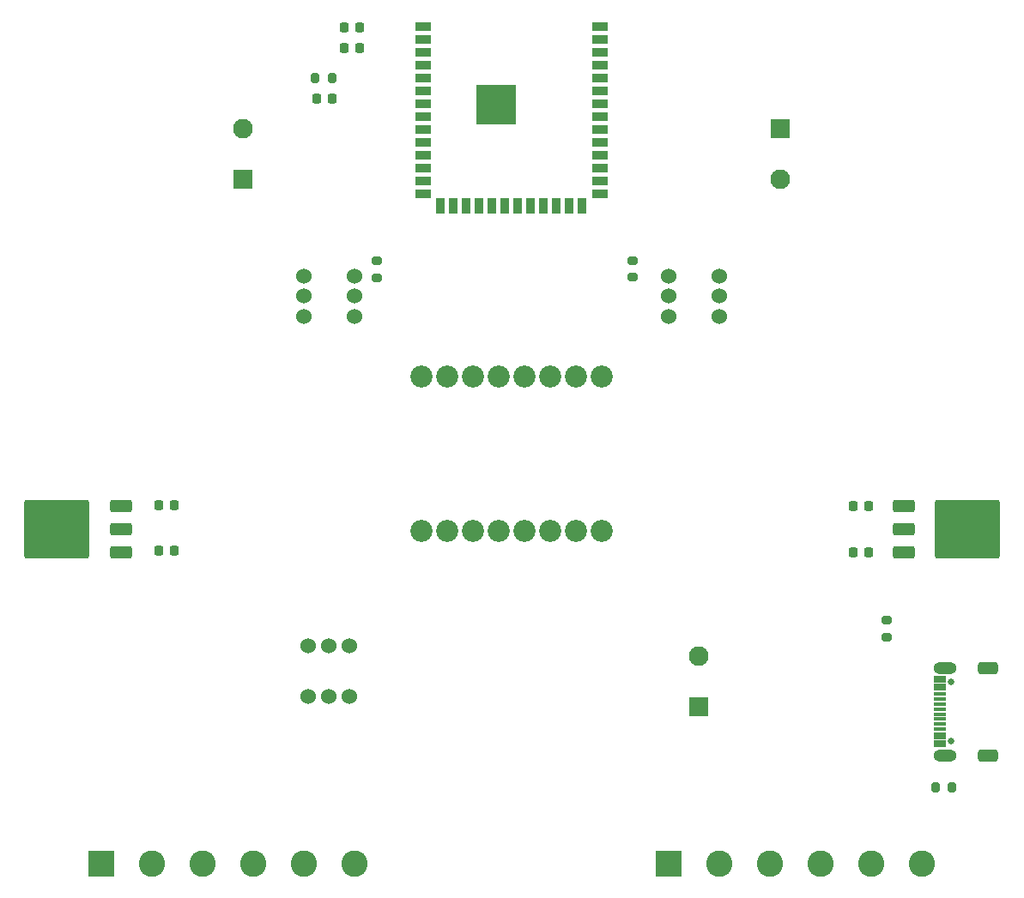
<source format=gbr>
%TF.GenerationSoftware,KiCad,Pcbnew,8.0.5*%
%TF.CreationDate,2024-11-07T23:04:13-05:00*%
%TF.ProjectId,LF02E1,4c463032-4531-42e6-9b69-6361645f7063,rev?*%
%TF.SameCoordinates,Original*%
%TF.FileFunction,Soldermask,Top*%
%TF.FilePolarity,Negative*%
%FSLAX46Y46*%
G04 Gerber Fmt 4.6, Leading zero omitted, Abs format (unit mm)*
G04 Created by KiCad (PCBNEW 8.0.5) date 2024-11-07 23:04:13*
%MOMM*%
%LPD*%
G01*
G04 APERTURE LIST*
G04 Aperture macros list*
%AMRoundRect*
0 Rectangle with rounded corners*
0 $1 Rounding radius*
0 $2 $3 $4 $5 $6 $7 $8 $9 X,Y pos of 4 corners*
0 Add a 4 corners polygon primitive as box body*
4,1,4,$2,$3,$4,$5,$6,$7,$8,$9,$2,$3,0*
0 Add four circle primitives for the rounded corners*
1,1,$1+$1,$2,$3*
1,1,$1+$1,$4,$5*
1,1,$1+$1,$6,$7*
1,1,$1+$1,$8,$9*
0 Add four rect primitives between the rounded corners*
20,1,$1+$1,$2,$3,$4,$5,0*
20,1,$1+$1,$4,$5,$6,$7,0*
20,1,$1+$1,$6,$7,$8,$9,0*
20,1,$1+$1,$8,$9,$2,$3,0*%
G04 Aperture macros list end*
%ADD10RoundRect,0.200000X-0.200000X-0.275000X0.200000X-0.275000X0.200000X0.275000X-0.200000X0.275000X0*%
%ADD11RoundRect,0.225000X0.225000X0.250000X-0.225000X0.250000X-0.225000X-0.250000X0.225000X-0.250000X0*%
%ADD12C,1.524000*%
%ADD13RoundRect,0.225000X-0.225000X-0.250000X0.225000X-0.250000X0.225000X0.250000X-0.225000X0.250000X0*%
%ADD14RoundRect,0.200000X0.275000X-0.200000X0.275000X0.200000X-0.275000X0.200000X-0.275000X-0.200000X0*%
%ADD15R,1.950000X1.950000*%
%ADD16C,1.950000*%
%ADD17RoundRect,0.200000X-0.275000X0.200000X-0.275000X-0.200000X0.275000X-0.200000X0.275000X0.200000X0*%
%ADD18C,0.650000*%
%ADD19RoundRect,0.050000X0.575000X-0.300000X0.575000X0.300000X-0.575000X0.300000X-0.575000X-0.300000X0*%
%ADD20RoundRect,0.050000X0.575000X-0.150000X0.575000X0.150000X-0.575000X0.150000X-0.575000X-0.150000X0*%
%ADD21O,2.304000X1.204000*%
%ADD22RoundRect,0.301000X0.701000X-0.301000X0.701000X0.301000X-0.701000X0.301000X-0.701000X-0.301000X0*%
%ADD23RoundRect,0.200000X0.200000X0.275000X-0.200000X0.275000X-0.200000X-0.275000X0.200000X-0.275000X0*%
%ADD24R,2.600000X2.600000*%
%ADD25C,2.600000*%
%ADD26R,1.500000X0.900000*%
%ADD27R,0.900000X1.500000*%
%ADD28C,0.600000*%
%ADD29R,3.900000X3.900000*%
%ADD30C,2.184000*%
%ADD31RoundRect,0.250000X-0.850000X-0.350000X0.850000X-0.350000X0.850000X0.350000X-0.850000X0.350000X0*%
%ADD32RoundRect,0.249997X-2.950003X-2.650003X2.950003X-2.650003X2.950003X2.650003X-2.950003X2.650003X0*%
%ADD33RoundRect,0.250000X0.850000X0.350000X-0.850000X0.350000X-0.850000X-0.350000X0.850000X-0.350000X0*%
%ADD34RoundRect,0.249997X2.950003X2.650003X-2.950003X2.650003X-2.950003X-2.650003X2.950003X-2.650003X0*%
G04 APERTURE END LIST*
D10*
%TO.C,R3*%
X128175000Y-59399267D03*
X129825000Y-59399267D03*
%TD*%
D11*
%TO.C,C2*%
X182740000Y-101659267D03*
X181190000Y-101659267D03*
%TD*%
%TO.C,C1*%
X182740000Y-106159267D03*
X181190000Y-106159267D03*
%TD*%
D12*
%TO.C,U6*%
X163000000Y-82899267D03*
X163000000Y-80899267D03*
X163000000Y-78899267D03*
X168000000Y-82899267D03*
X168000000Y-80899267D03*
X168000000Y-78899267D03*
%TD*%
D13*
%TO.C,C7*%
X112711624Y-106001063D03*
X114261624Y-106001063D03*
%TD*%
D14*
%TO.C,R2*%
X159500000Y-79049267D03*
X159500000Y-77399267D03*
%TD*%
D13*
%TO.C,C6*%
X112691924Y-101568494D03*
X114241924Y-101568494D03*
%TD*%
D11*
%TO.C,C4*%
X132550000Y-56399267D03*
X131000000Y-56399267D03*
%TD*%
%TO.C,C5*%
X132550000Y-54399267D03*
X131000000Y-54399267D03*
%TD*%
D15*
%TO.C,J2*%
X166000000Y-121399267D03*
D16*
X166000000Y-116399267D03*
%TD*%
D17*
%TO.C,R5*%
X184500000Y-112899267D03*
X184500000Y-114549267D03*
%TD*%
D15*
%TO.C,J3*%
X121000000Y-69399267D03*
D16*
X121000000Y-64399267D03*
%TD*%
D13*
%TO.C,C3*%
X128275000Y-61399267D03*
X129825000Y-61399267D03*
%TD*%
D17*
%TO.C,R1*%
X134250000Y-77424267D03*
X134250000Y-79074267D03*
%TD*%
D18*
%TO.C,J5*%
X190900000Y-124789267D03*
X190900000Y-119009267D03*
D19*
X189745000Y-125099267D03*
X189745000Y-124299267D03*
D20*
X189745000Y-123149267D03*
X189745000Y-122149267D03*
X189745000Y-121649267D03*
X189745000Y-120649267D03*
D19*
X189745000Y-118699267D03*
X189745000Y-119499267D03*
D20*
X189745000Y-120149267D03*
X189745000Y-121149267D03*
X189745000Y-122649267D03*
X189745000Y-123649267D03*
D21*
X190320000Y-126219267D03*
X190320000Y-117579267D03*
D22*
X194500000Y-126219267D03*
X194500000Y-117579267D03*
%TD*%
D12*
%TO.C,U4*%
X127500000Y-115399267D03*
X129500000Y-115399267D03*
X131500000Y-115399267D03*
X127500000Y-120399267D03*
X129500000Y-120399267D03*
X131500000Y-120399267D03*
%TD*%
D23*
%TO.C,R4*%
X191000000Y-129399267D03*
X189350000Y-129399267D03*
%TD*%
D12*
%TO.C,U3*%
X132000000Y-78899267D03*
X132000000Y-80899267D03*
X132000000Y-82899267D03*
X127000000Y-78899267D03*
X127000000Y-80899267D03*
X127000000Y-82899267D03*
%TD*%
D24*
%TO.C,J7*%
X163000000Y-136899267D03*
D25*
X168000000Y-136899267D03*
X173000000Y-136899267D03*
X178000000Y-136899267D03*
X183000000Y-136899267D03*
X188000000Y-136899267D03*
%TD*%
D26*
%TO.C,U5*%
X138768867Y-54246897D03*
X138768867Y-55516897D03*
X138768867Y-56786897D03*
X138768867Y-58056897D03*
X138768867Y-59326897D03*
X138768867Y-60596897D03*
X138768867Y-61866897D03*
X138768867Y-63136897D03*
X138768867Y-64406897D03*
X138768867Y-65676897D03*
X138768867Y-66946897D03*
X138768867Y-68216897D03*
X138768867Y-69486897D03*
X138768867Y-70756897D03*
D27*
X140533867Y-72006897D03*
X141803867Y-72006897D03*
X143073867Y-72006897D03*
X144343867Y-72006897D03*
X145613867Y-72006897D03*
X146883867Y-72006897D03*
X148153867Y-72006897D03*
X149423867Y-72006897D03*
X150693867Y-72006897D03*
X151963867Y-72006897D03*
X153233867Y-72006897D03*
X154503867Y-72006897D03*
D26*
X156268867Y-70756897D03*
X156268867Y-69486897D03*
X156268867Y-68216897D03*
X156268867Y-66946897D03*
X156268867Y-65676897D03*
X156268867Y-64406897D03*
X156268867Y-63136897D03*
X156268867Y-61866897D03*
X156268867Y-60596897D03*
X156268867Y-59326897D03*
X156268867Y-58056897D03*
X156268867Y-56786897D03*
X156268867Y-55516897D03*
X156268867Y-54246897D03*
D28*
X144618867Y-61266897D03*
X144618867Y-62666897D03*
X145318867Y-60566897D03*
X145318867Y-61966897D03*
X145318867Y-63366897D03*
X146018867Y-61266897D03*
D29*
X146018867Y-61966897D03*
D28*
X146018867Y-62666897D03*
X146718867Y-60566897D03*
X146718867Y-61966897D03*
X146718867Y-63366897D03*
X147418867Y-61266897D03*
X147418867Y-62666897D03*
%TD*%
D15*
%TO.C,J4*%
X174000000Y-64399267D03*
D16*
X174000000Y-69399267D03*
%TD*%
D30*
%TO.C,U1*%
X138621404Y-104114059D03*
X141161404Y-104114059D03*
X143701404Y-104114059D03*
X146241404Y-104114059D03*
X148781404Y-104114059D03*
X151321404Y-104114059D03*
X153861404Y-104114059D03*
X156401404Y-104114059D03*
X156401404Y-88874059D03*
X153861404Y-88874059D03*
X151321404Y-88874059D03*
X148781404Y-88874059D03*
X146241404Y-88874059D03*
X143701404Y-88874059D03*
X141161404Y-88874059D03*
X138621404Y-88874059D03*
%TD*%
D24*
%TO.C,J6*%
X107025000Y-136899267D03*
D25*
X112025000Y-136899267D03*
X117025000Y-136899267D03*
X122025000Y-136899267D03*
X127025000Y-136899267D03*
X132025000Y-136899267D03*
%TD*%
D31*
%TO.C,U7*%
X186200000Y-101619267D03*
X186200000Y-103899267D03*
D32*
X192500000Y-103899267D03*
D31*
X186200000Y-106179267D03*
%TD*%
D33*
%TO.C,U2*%
X108975000Y-106154267D03*
X108975000Y-103874267D03*
D34*
X102675000Y-103874267D03*
D33*
X108975000Y-101594267D03*
%TD*%
M02*

</source>
